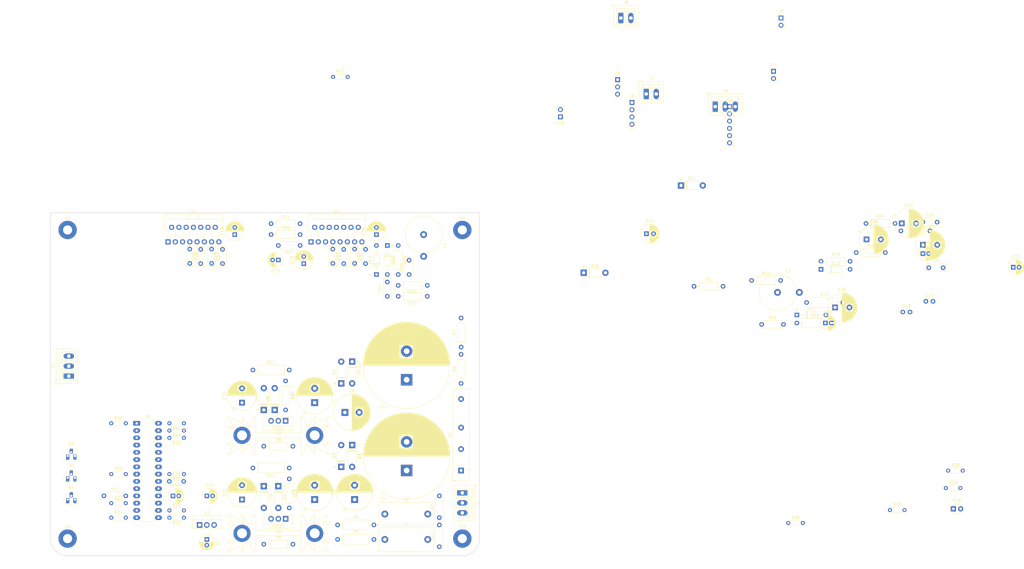
<source format=kicad_pcb>
(kicad_pcb (version 20171130) (host pcbnew 5.0.2-bee76a0~70~ubuntu18.04.1)
  (layers (0 F.Cu signal) (31 B.Cu signal) (34 B.Paste user) (35 F.Paste user) (36 B.SilkS user) (37 F.SilkS user) (38 B.Mask user) (39 F.Mask user) (44 Edge.Cuts user))
  (net 0 "")
  (net 1 +pwvs)
  (net 2 Earth_Protective)
  (net 3 -pwvs)
  (net 4 /psupply/pri_hi)
  (net 5 "/Control and Monitoring Unit/ac_in")
  (net 6 "Net-(C9-Pad2)")
  (net 7 +pdvs)
  (net 8 +vs)
  (net 9 -vs)
  (net 10 /pamp/in_l)
  (net 11 "Net-(C17-Pad1)")
  (net 12 GNDS)
  (net 13 "Net-(C18-Pad1)")
  (net 14 "Net-(C19-Pad1)")
  (net 15 /pamp/in_r)
  (net 16 "Net-(C20-Pad1)")
  (net 17 "Net-(C21-Pad1)")
  (net 18 "Net-(C22-Pad1)")
  (net 19 "Net-(C23-Pad1)")
  (net 20 "Net-(C24-Pad1)")
  (net 21 "Net-(C25-Pad1)")
  (net 22 "Net-(C26-Pad1)")
  (net 23 "/Control and Monitoring Unit/icsprst")
  (net 24 "/Control and Monitoring Unit/icspdat")
  (net 25 "/Control and Monitoring Unit/icspclk")
  (net 26 "/Control and Monitoring Unit/uart_rx")
  (net 27 "/Control and Monitoring Unit/uart_tx")
  (net 28 "/Control and Monitoring Unit/i2c_scl")
  (net 29 "/Control and Monitoring Unit/i2c_sda")
  (net 30 /pamp/out_l)
  (net 31 /pamp/out_r)
  (net 32 "/Control and Monitoring Unit/mute_key")
  (net 33 "/Control and Monitoring Unit/overload_led")
  (net 34 "/Control and Monitoring Unit/power_led")
  (net 35 "Net-(Q1-Pad2)")
  (net 36 "Net-(Q1-Pad1)")
  (net 37 "Net-(Q2-Pad1)")
  (net 38 "Net-(Q2-Pad2)")
  (net 39 "Net-(Q3-Pad2)")
  (net 40 "Net-(Q3-Pad1)")
  (net 41 "/Control and Monitoring Unit/mute")
  (net 42 "/Control and Monitoring Unit/stby")
  (net 43 "/Control and Monitoring Unit/overload")
  (net 44 "Net-(R10-Pad2)")
  (net 45 "Net-(R12-Pad2)")
  (net 46 "Net-(R41-Pad2)")
  (net 47 "Net-(C1-Pad2)")
  (net 48 "Net-(C2-Pad1)")
  (net 49 "Net-(C5-Pad1)")
  (net 50 "Net-(C5-Pad2)")
  (net 51 "Net-(C6-Pad1)")
  (net 52 "Net-(C6-Pad2)")
  (net 53 "Net-(C8-Pad1)")
  (net 54 "Net-(C13-Pad1)")
  (net 55 "Net-(C14-Pad1)")
  (net 56 "Net-(C15-Pad1)")
  (net 57 "Net-(C16-Pad1)")
  (net 58 "Net-(C17-Pad2)")
  (net 59 "Net-(C18-Pad2)")
  (net 60 "Net-(C19-Pad2)")
  (net 61 "Net-(C20-Pad2)")
  (net 62 "Net-(D16-Pad1)")
  (net 63 +prevs)
  (net 64 -prevs)
  (net 65 "Net-(R31-Pad2)")
  (net 66 "Net-(R35-Pad2)")
  (net 67 "Net-(R39-Pad1)")
  (module Capacitor_THT:CP_Radial_D12.5mm_P5.00mm (layer F.Cu) (at 142.38 130.33 90)
    (fp_text reference C9 (at 2.5 -7.5 90) (layer F.SilkS))
    (fp_text value 470u)
    (pad 2 thru_hole circle (at 5 0 90) (size 2.4 2.4) (drill 1.2) (layers *.Cu *.Mask) (net 6 "Net-(C9-Pad2)"))
    (pad 1 thru_hole rect (at 0 0 90) (size 2.4 2.4) (drill 1.2) (layers *.Cu *.Mask) (net 2 Earth_Protective))
  )
  (module Capacitor_THT:CP_Radial_D6.3mm_P2.50mm (layer F.Cu) (at 163.97 37.62 90)
    (fp_text reference C20 (at 1.25 -4.4 90) (layer F.SilkS))
    (fp_text value 47u)
    (pad 1 thru_hole rect (at 0 0 90) (size 1.6 1.6) (drill 0.8) (layers *.Cu *.Mask) (net 16 "Net-(C20-Pad1)"))
    (pad 2 thru_hole circle (at 2.5 0 90) (size 1.6 1.6) (drill 0.8) (layers *.Cu *.Mask) (net 61 "Net-(C20-Pad2)"))
  )
  (module Capacitor_THT:C_Rect_L7.0mm_W2.5mm_P5.00mm (layer F.Cu) (at 106.35 42.7 270)
    (fp_text reference C27 (at 2.5 -2.5 270) (layer F.SilkS))
    (fp_text value 100n)
    (pad 2 thru_hole circle (at 5 0 270) (size 1.6 1.6) (drill 0.8) (layers *.Cu *.Mask) (net 2 Earth_Protective))
    (pad 1 thru_hole circle (at 0 0 270) (size 1.6 1.6) (drill 0.8) (layers *.Cu *.Mask) (net 1 +pwvs))
  )
  (module Capacitor_THT:C_Rect_L7.0mm_W2.5mm_P5.00mm (layer F.Cu) (at 110.16 47.78 90)
    (fp_text reference C28 (at 2.5 -2.5 90) (layer F.SilkS))
    (fp_text value 100n)
    (pad 2 thru_hole circle (at 5 0 90) (size 1.6 1.6) (drill 0.8) (layers *.Cu *.Mask) (net 3 -pwvs))
    (pad 1 thru_hole circle (at 0 0 90) (size 1.6 1.6) (drill 0.8) (layers *.Cu *.Mask) (net 2 Earth_Protective))
  )
  (module Capacitor_THT:C_Rect_L7.0mm_W2.5mm_P5.00mm (layer F.Cu) (at 156.35 42.7 270)
    (fp_text reference C31 (at 2.5 -2.5 270) (layer F.SilkS))
    (fp_text value 100n)
    (pad 2 thru_hole circle (at 5 0 270) (size 1.6 1.6) (drill 0.8) (layers *.Cu *.Mask) (net 2 Earth_Protective))
    (pad 1 thru_hole circle (at 0 0 270) (size 1.6 1.6) (drill 0.8) (layers *.Cu *.Mask) (net 1 +pwvs))
  )
  (module Capacitor_THT:C_Rect_L7.0mm_W2.5mm_P5.00mm (layer F.Cu) (at 160.16 47.78 90)
    (fp_text reference C32 (at 2.5 -2.5 90) (layer F.SilkS))
    (fp_text value 100n)
    (pad 2 thru_hole circle (at 5 0 90) (size 1.6 1.6) (drill 0.8) (layers *.Cu *.Mask) (net 3 -pwvs))
    (pad 1 thru_hole circle (at 0 0 90) (size 1.6 1.6) (drill 0.8) (layers *.Cu *.Mask) (net 2 Earth_Protective))
  )
  (module Capacitor_THT:C_Rect_L7.0mm_W2.5mm_P5.00mm (layer F.Cu) (at 148.73 42.7 270)
    (fp_text reference C33 (at 2.5 -2.5 270) (layer F.SilkS))
    (fp_text value 100n)
    (pad 1 thru_hole circle (at 0 0 270) (size 1.6 1.6) (drill 0.8) (layers *.Cu *.Mask) (net 8 +vs))
    (pad 2 thru_hole circle (at 5 0 270) (size 1.6 1.6) (drill 0.8) (layers *.Cu *.Mask) (net 2 Earth_Protective))
  )
  (module Capacitor_THT:C_Rect_L7.0mm_W2.5mm_P5.00mm (layer F.Cu) (at 152.54 47.78 90)
    (fp_text reference C34 (at 2.5 -2.5 90) (layer F.SilkS))
    (fp_text value 100n)
    (pad 1 thru_hole circle (at 0 0 90) (size 1.6 1.6) (drill 0.8) (layers *.Cu *.Mask) (net 2 Earth_Protective))
    (pad 2 thru_hole circle (at 5 0 90) (size 1.6 1.6) (drill 0.8) (layers *.Cu *.Mask) (net 9 -vs))
  )
  (module Diode_THT:Diode_Bridge_32.0x5.6x17.0mm_P10.0mm_P7.5mm (layer F.Cu) (at 193.58 120.17 90)
    (fp_text reference D1 (at 12.6 -3.8 270) (layer F.SilkS))
    (fp_text value D_Bridge_+A-A)
    (pad 4 thru_hole circle (at 25 0 90) (size 2 2) (drill 1) (layers *.Cu *.Mask) (net 4 /psupply/pri_hi))
    (pad 3 thru_hole circle (at 15 0 90) (size 2 2) (drill 1) (layers *.Cu *.Mask) (net 3 -pwvs))
    (pad 2 thru_hole circle (at 7.5 0 90) (size 2 2) (drill 1) (layers *.Cu *.Mask) (net 5 "/Control and Monitoring Unit/ac_in"))
    (pad 1 thru_hole rect (at 0 0 90) (size 2 2) (drill 1) (layers *.Cu *.Mask) (net 1 +pwvs))
  )
  (module Diode_THT:D_DO-41_SOD81_P7.62mm_Horizontal (layer F.Cu) (at 151.67 89.69 90)
    (fp_text reference D2 (at 3.81 -2.47 90) (layer F.SilkS))
    (fp_text value 1N4007)
    (fp_text user K (at 0 -2.1 90) (layer F.SilkS))
    (pad 1 thru_hole rect (at 0 0 90) (size 2.2 2.2) (drill 1.1) (layers *.Cu *.Mask) (net 49 "Net-(C5-Pad1)"))
    (pad 2 thru_hole oval (at 7.62 0 90) (size 2.2 2.2) (drill 1.1) (layers *.Cu *.Mask) (net 2 Earth_Protective))
  )
  (module Diode_THT:D_DO-41_SOD81_P7.62mm_Horizontal (layer F.Cu) (at 151.67 118.9 90)
    (fp_text reference D3 (at 3.81 -2.47 90) (layer F.SilkS))
    (fp_text value 1N4007)
    (fp_text user K (at 0 -2.1 90) (layer F.SilkS))
    (pad 2 thru_hole oval (at 7.62 0 90) (size 2.2 2.2) (drill 1.1) (layers *.Cu *.Mask) (net 52 "Net-(C6-Pad2)"))
    (pad 1 thru_hole rect (at 0 0 90) (size 2.2 2.2) (drill 1.1) (layers *.Cu *.Mask) (net 2 Earth_Protective))
  )
  (module Diode_THT:D_DO-41_SOD81_P7.62mm_Horizontal (layer F.Cu) (at 155.48 82.07 270)
    (fp_text reference D4 (at 3.81 -2.47 270) (layer F.SilkS))
    (fp_text value 1N4007)
    (fp_text user K (at 0 -2.1 270) (layer F.SilkS))
    (pad 2 thru_hole oval (at 7.62 0 270) (size 2.2 2.2) (drill 1.1) (layers *.Cu *.Mask) (net 49 "Net-(C5-Pad1)"))
    (pad 1 thru_hole rect (at 0 0 270) (size 2.2 2.2) (drill 1.1) (layers *.Cu *.Mask) (net 53 "Net-(C8-Pad1)"))
  )
  (module Diode_THT:D_DO-41_SOD81_P7.62mm_Horizontal (layer F.Cu) (at 155.48 111.28 270)
    (fp_text reference D5 (at 3.81 -2.47 270) (layer F.SilkS))
    (fp_text value 1N4007)
    (fp_text user K (at 0 -2.1 270) (layer F.SilkS))
    (pad 1 thru_hole rect (at 0 0 270) (size 2.2 2.2) (drill 1.1) (layers *.Cu *.Mask) (net 52 "Net-(C6-Pad2)"))
    (pad 2 thru_hole oval (at 7.62 0 270) (size 2.2 2.2) (drill 1.1) (layers *.Cu *.Mask) (net 6 "Net-(C9-Pad2)"))
  )
  (module Diode_THT:D_DO-41_SOD81_P7.62mm_Horizontal (layer F.Cu) (at 236.425001 50.980001)
    (fp_text reference D10 (at 3.81 -2.47) (layer F.SilkS))
    (fp_text value MBR1100RLG)
    (fp_text user K (at 0 -2.1) (layer F.SilkS))
    (pad 2 thru_hole oval (at 7.62 0) (size 2.2 2.2) (drill 1.1) (layers *.Cu *.Mask) (net 1 +pwvs))
    (pad 1 thru_hole rect (at 0 0) (size 2.2 2.2) (drill 1.1) (layers *.Cu *.Mask) (net 8 +vs))
  )
  (module Diode_THT:D_DO-41_SOD81_P7.62mm_Horizontal (layer F.Cu) (at 270.465001 20.440001)
    (fp_text reference D11 (at 3.81 -2.47) (layer F.SilkS))
    (fp_text value MBR1100RLG)
    (fp_text user K (at 0 -2.1) (layer F.SilkS))
    (pad 1 thru_hole rect (at 0 0) (size 2.2 2.2) (drill 1.1) (layers *.Cu *.Mask) (net 3 -pwvs))
    (pad 2 thru_hole oval (at 7.62 0) (size 2.2 2.2) (drill 1.1) (layers *.Cu *.Mask) (net 9 -vs))
  )
  (module Diode_THT:D_DO-35_SOD27_P10.16mm_Horizontal (layer F.Cu) (at 310.965001 65.750001)
    (fp_text reference D12 (at 5.08 -2.12) (layer F.SilkS))
    (fp_text value 1N5404)
    (fp_text user K (at 0 -1.8) (layer F.SilkS))
    (pad 1 thru_hole rect (at 0 0) (size 1.6 1.6) (drill 0.8) (layers *.Cu *.Mask) (net 1 +pwvs))
    (pad 2 thru_hole oval (at 10.16 0) (size 1.6 1.6) (drill 0.8) (layers *.Cu *.Mask) (net 11 "Net-(C17-Pad1)"))
  )
  (module Diode_THT:D_DO-35_SOD27_P10.16mm_Horizontal (layer F.Cu) (at 319.415001 49.770001)
    (fp_text reference D13 (at 5.08 -2.12) (layer F.SilkS))
    (fp_text value 1N5404)
    (fp_text user K (at 0 -1.8) (layer F.SilkS))
    (pad 2 thru_hole oval (at 10.16 0) (size 1.6 1.6) (drill 0.8) (layers *.Cu *.Mask) (net 3 -pwvs))
    (pad 1 thru_hole rect (at 0 0) (size 1.6 1.6) (drill 0.8) (layers *.Cu *.Mask) (net 11 "Net-(C17-Pad1)"))
  )
  (module Diode_THT:D_DO-35_SOD27_P10.16mm_Horizontal (layer F.Cu) (at 163.97 51.59 90)
    (fp_text reference D14 (at 5.08 -2.12 90) (layer F.SilkS))
    (fp_text value 1N5404)
    (fp_text user K (at 0 -1.8 90) (layer F.SilkS))
    (pad 1 thru_hole rect (at 0 0 90) (size 1.6 1.6) (drill 0.8) (layers *.Cu *.Mask) (net 1 +pwvs))
    (pad 2 thru_hole oval (at 10.16 0 90) (size 1.6 1.6) (drill 0.8) (layers *.Cu *.Mask) (net 13 "Net-(C18-Pad1)"))
  )
  (module Diode_THT:D_DO-35_SOD27_P10.16mm_Horizontal (layer F.Cu) (at 167.78 41.43 270)
    (fp_text reference D15 (at 5.08 -2.12 270) (layer F.SilkS))
    (fp_text value 1N5404)
    (fp_text user K (at 0 -1.8 270) (layer F.SilkS))
    (pad 2 thru_hole oval (at 10.16 0 270) (size 1.6 1.6) (drill 0.8) (layers *.Cu *.Mask) (net 3 -pwvs))
    (pad 1 thru_hole rect (at 0 0 270) (size 1.6 1.6) (drill 0.8) (layers *.Cu *.Mask) (net 13 "Net-(C18-Pad1)"))
  )
  (module MountingHole:MountingHole_3.2mm_M3_Pad (layer F.Cu) (at 56 36)
    (fp_text reference H1 (at 0 -4.2) (layer F.SilkS))
    (fp_text value Mounting)
    (pad 1 thru_hole circle (at 0 0) (size 6.4 6.4) (drill 3.2) (layers *.Cu *.Mask))
  )
  (module MountingHole:MountingHole_3.2mm_M3_Pad (layer F.Cu) (at 56 144)
    (fp_text reference H2 (at 0 -4.2) (layer F.SilkS))
    (fp_text value Mounting)
    (pad 1 thru_hole circle (at 0 0) (size 6.4 6.4) (drill 3.2) (layers *.Cu *.Mask))
  )
  (module MountingHole:MountingHole_3.2mm_M3_Pad (layer F.Cu) (at 194 144)
    (fp_text reference H3 (at 0 -4.2) (layer F.SilkS))
    (fp_text value Mounting)
    (pad 1 thru_hole circle (at 0 0) (size 6.4 6.4) (drill 3.2) (layers *.Cu *.Mask))
  )
  (module MountingHole:MountingHole_3.2mm_M3_Pad (layer F.Cu) (at 194 36)
    (fp_text reference H4 (at 0 -4.2) (layer F.SilkS))
    (fp_text value Mounting)
    (pad 1 thru_hole circle (at 0 0) (size 6.4 6.4) (drill 3.2) (layers *.Cu *.Mask))
  )
  (module Heatsink:Heatsink_Fischer_SK104-STCB_35x13mm__2xDrill3.5mm_ScrewM3 (layer F.Cu) (at 129.68 107.87)
    (fp_text reference HS1 (at -0.025 -2.5) (layer F.SilkS))
    (fp_text value Heatsink)
    (pad 1 thru_hole circle (at -12.7 0 180) (size 6 6) (drill 3.5) (layers *.Cu *.Mask))
    (pad 1 thru_hole circle (at 12.7 0) (size 6 6) (drill 3.5) (layers *.Cu *.Mask))
  )
  (module Heatsink:Heatsink_Fischer_SK104-STCB_35x13mm__2xDrill3.5mm_ScrewM3 (layer F.Cu) (at 129.68 142.16)
    (fp_text reference HS2 (at -0.025 -2.5) (layer F.SilkS))
    (fp_text value Heatsink)
    (pad 1 thru_hole circle (at -12.7 0 180) (size 6 6) (drill 3.5) (layers *.Cu *.Mask))
    (pad 1 thru_hole circle (at 12.7 0) (size 6 6) (drill 3.5) (layers *.Cu *.Mask))
  )
  (module Connector_Phoenix_MC:PhoenixContact_MCV_1,5_3-G-3.5_1x03_P3.50mm_Vertical (layer F.Cu) (at 194 128 270)
    (fp_text reference J1 (at 3.5 -5.45 270) (layer F.SilkS))
    (fp_text value power)
    (pad 3 thru_hole oval (at 7 0 270) (size 1.8 3.6) (drill 1.2) (layers *.Cu *.Mask) (net 5 "/Control and Monitoring Unit/ac_in"))
    (pad 2 thru_hole oval (at 3.5 0 270) (size 1.8 3.6) (drill 1.2) (layers *.Cu *.Mask) (net 2 Earth_Protective))
    (pad 1 thru_hole roundrect (at 0 0 270) (size 1.8 3.6) (drill 1.2) (layers *.Cu *.Mask) (roundrect_rratio 0.138889) (net 4 /psupply/pri_hi))
  )
  (module Connector_PinHeader_2.54mm:PinHeader_1x02_P2.54mm_Vertical (layer F.Cu) (at 228.3 -3.59 180)
    (fp_text reference J10 (at 0 -2.33 180) (layer F.SilkS))
    (fp_text value led_overload)
    (pad 1 thru_hole rect (at 0 0 180) (size 1.7 1.7) (drill 1) (layers *.Cu *.Mask) (net 7 +pdvs))
    (pad 2 thru_hole oval (at 0 2.54 180) (size 1.7 1.7) (drill 1) (layers *.Cu *.Mask) (net 33 "/Control and Monitoring Unit/overload_led"))
  )
  (module Inductor_THT:L_Axial_L20.3mm_D12.7mm_P7.62mm_Vertical_Vishay_IHA-201 (layer F.Cu) (at 304.205001 57.850001)
    (fp_text reference L1 (at 3.81 -7.47) (layer F.SilkS))
    (fp_text value 4u)
    (pad 1 thru_hole circle (at 0 0) (size 2.4 2.4) (drill 1.2) (layers *.Cu *.Mask) (net 11 "Net-(C17-Pad1)"))
    (pad 2 thru_hole oval (at 7.62 0) (size 2.4 2.4) (drill 1.2) (layers *.Cu *.Mask) (net 30 /pamp/out_l))
  )
  (module Inductor_THT:L_Axial_L20.3mm_D12.7mm_P7.62mm_Vertical_Vishay_IHA-201 (layer F.Cu) (at 180.48 37.62 270)
    (fp_text reference L2 (at 3.81 -7.47 270) (layer F.SilkS))
    (fp_text value 4u)
    (pad 2 thru_hole oval (at 7.62 0 270) (size 2.4 2.4) (drill 1.2) (layers *.Cu *.Mask) (net 31 /pamp/out_r))
    (pad 1 thru_hole circle (at 0 0 270) (size 2.4 2.4) (drill 1.2) (layers *.Cu *.Mask) (net 13 "Net-(C18-Pad1)"))
  )
  (module Package_TO_SOT_THT:TO-92_HandSolder (layer F.Cu) (at 56.02 130.33)
    (fp_text reference Q1 (at 1.27 -4.4) (layer F.SilkS))
    (fp_text value Q_NPN_CBE)
    (pad 2 thru_hole roundrect (at 1.27 -1.27) (size 1.1 1.8) (drill 0.75 (offset 0 -0.4)) (layers *.Cu *.Mask) (net 35 "Net-(Q1-Pad2)"))
    (pad 3 thru_hole roundrect (at 2.54 0) (size 1.1 1.8) (drill 0.75 (offset 0 0.4)) (layers *.Cu *.Mask) (net 2 Earth_Protective))
    (pad 1 thru_hole rect (at 0 0) (size 1.1 1.8) (drill 0.75 (offset 0 0.4)) (layers *.Cu *.Mask) (net 36 "Net-(Q1-Pad1)"))
  )
  (module Package_TO_SOT_THT:TO-92_HandSolder (layer F.Cu) (at 56.02 122.71)
    (fp_text reference Q2 (at 1.27 -4.4) (layer F.SilkS))
    (fp_text value Q_NPN_CBE)
    (pad 1 thru_hole rect (at 0 0) (size 1.1 1.8) (drill 0.75 (offset 0 0.4)) (layers *.Cu *.Mask) (net 37 "Net-(Q2-Pad1)"))
    (pad 3 thru_hole roundrect (at 2.54 0) (size 1.1 1.8) (drill 0.75 (offset 0 0.4)) (layers *.Cu *.Mask) (net 2 Earth_Protective))
    (pad 2 thru_hole roundrect (at 1.27 -1.27) (size 1.1 1.8) (drill 0.75 (offset 0 -0.4)) (layers *.Cu *.Mask) (net 38 "Net-(Q2-Pad2)"))
  )
  (module Package_TO_SOT_THT:TO-92_HandSolder (layer F.Cu) (at 56.02 115.09)
    (fp_text reference Q3 (at 1.27 -4.4) (layer F.SilkS))
    (fp_text value Q_NPN_CBE)
    (pad 2 thru_hole roundrect (at 1.27 -1.27) (size 1.1 1.8) (drill 0.75 (offset 0 -0.4)) (layers *.Cu *.Mask) (net 39 "Net-(Q3-Pad2)"))
    (pad 3 thru_hole roundrect (at 2.54 0) (size 1.1 1.8) (drill 0.75 (offset 0 0.4)) (layers *.Cu *.Mask) (net 2 Earth_Protective))
    (pad 1 thru_hole rect (at 0 0) (size 1.1 1.8) (drill 0.75 (offset 0 0.4)) (layers *.Cu *.Mask) (net 40 "Net-(Q3-Pad1)"))
  )
  (module Resistor_THT:R_Axial_DIN0207_L6.3mm_D2.5mm_P7.62mm_Horizontal (layer F.Cu) (at 185.96 146.84 90)
    (fp_text reference R1 (at 3.81 -2.37 90) (layer F.SilkS))
    (fp_text value 1)
    (pad 1 thru_hole circle (at 0 0 90) (size 1.6 1.6) (drill 0.8) (layers *.Cu *.Mask) (net 47 "Net-(C1-Pad2)"))
    (pad 2 thru_hole oval (at 7.62 0 90) (size 1.6 1.6) (drill 0.8) (layers *.Cu *.Mask) (net 2 Earth_Protective))
  )
  (module Resistor_THT:R_Axial_DIN0207_L6.3mm_D2.5mm_P7.62mm_Horizontal (layer F.Cu) (at 185.96 136.68 90)
    (fp_text reference R2 (at 3.81 -2.37 90) (layer F.SilkS))
    (fp_text value 1)
    (pad 1 thru_hole circle (at 0 0 90) (size 1.6 1.6) (drill 0.8) (layers *.Cu *.Mask) (net 2 Earth_Protective))
    (pad 2 thru_hole oval (at 7.62 0 90) (size 1.6 1.6) (drill 0.8) (layers *.Cu *.Mask) (net 48 "Net-(C2-Pad1)"))
  )
  (module Resistor_THT:R_Axial_DIN0207_L6.3mm_D2.5mm_P10.16mm_Horizontal (layer F.Cu) (at 275.005001 55.720001)
    (fp_text reference R3 (at 5.08 -2.37) (layer F.SilkS))
    (fp_text value 10)
    (pad 2 thru_hole oval (at 10.16 0) (size 1.6 1.6) (drill 0.8) (layers *.Cu *.Mask) (net 2 Earth_Protective))
    (pad 1 thru_hole circle (at 0 0) (size 1.6 1.6) (drill 0.8) (layers *.Cu *.Mask) (net 12 GNDS))
  )
  (module Resistor_THT:R_Axial_DIN0309_L9.0mm_D3.2mm_P12.70mm_Horizontal (layer F.Cu) (at 150.4 144.3)
    (fp_text reference R4 (at 6.35 -2.72) (layer F.SilkS))
    (fp_text value 47)
    (pad 1 thru_hole circle (at 0 0) (size 1.6 1.6) (drill 0.8) (layers *.Cu *.Mask) (net 50 "Net-(C5-Pad2)"))
    (pad 2 thru_hole oval (at 12.7 0) (size 1.6 1.6) (drill 0.8) (layers *.Cu *.Mask) (net 4 /psupply/pri_hi))
  )
  (module Resistor_THT:R_Axial_DIN0309_L9.0mm_D3.2mm_P12.70mm_Horizontal (layer F.Cu) (at 150.4 139.22)
    (fp_text reference R5 (at 6.35 -2.72) (layer F.SilkS))
    (fp_text value 47)
    (pad 2 thru_hole oval (at 12.7 0) (size 1.6 1.6) (drill 0.8) (layers *.Cu *.Mask) (net 5 "/Control and Monitoring Unit/ac_in"))
    (pad 1 thru_hole circle (at 0 0) (size 1.6 1.6) (drill 0.8) (layers *.Cu *.Mask) (net 51 "Net-(C6-Pad1)"))
  )
  (module Resistor_THT:R_Axial_DIN0207_L6.3mm_D2.5mm_P10.16mm_Horizontal (layer F.Cu) (at 193.58 89.69 90)
    (fp_text reference R6 (at 5.08 -2.37 90) (layer F.SilkS))
    (fp_text value 10k)
    (pad 1 thru_hole circle (at 0 0 90) (size 1.6 1.6) (drill 0.8) (layers *.Cu *.Mask) (net 1 +pwvs))
    (pad 2 thru_hole oval (at 10.16 0 90) (size 1.6 1.6) (drill 0.8) (layers *.Cu *.Mask) (net 2 Earth_Protective))
  )
  (module Resistor_THT:R_Axial_DIN0207_L6.3mm_D2.5mm_P10.16mm_Horizontal (layer F.Cu) (at 193.58 76.99 90)
    (fp_text reference R7 (at 5.08 -2.37 90) (layer F.SilkS))
    (fp_text value 10k)
    (pad 2 thru_hole oval (at 10.16 0 90) (size 1.6 1.6) (drill 0.8) (layers *.Cu *.Mask) (net 3 -pwvs))
    (pad 1 thru_hole circle (at 0 0 90) (size 1.6 1.6) (drill 0.8) (layers *.Cu *.Mask) (net 2 Earth_Protective))
  )
  (module Resistor_THT:R_Axial_DIN0207_L6.3mm_D2.5mm_P10.16mm_Horizontal (layer F.Cu) (at 124.6 111.68)
    (fp_text reference R8 (at 5.08 -2.37) (layer F.SilkS))
    (fp_text value 30k)
    (pad 1 thru_hole circle (at 0 0) (size 1.6 1.6) (drill 0.8) (layers *.Cu *.Mask) (net 53 "Net-(C8-Pad1)"))
    (pad 2 thru_hole oval (at 10.16 0) (size 1.6 1.6) (drill 0.8) (layers *.Cu *.Mask) (net 2 Earth_Protective))
  )
  (module Resistor_THT:R_Axial_DIN0207_L6.3mm_D2.5mm_P10.16mm_Horizontal (layer F.Cu) (at 124.6 145.97)
    (fp_text reference R9 (at 5.08 -2.37) (layer F.SilkS))
    (fp_text value 30k)
    (pad 1 thru_hole circle (at 0 0) (size 1.6 1.6) (drill 0.8) (layers *.Cu *.Mask) (net 2 Earth_Protective))
    (pad 2 thru_hole oval (at 10.16 0) (size 1.6 1.6) (drill 0.8) (layers *.Cu *.Mask) (net 6 "Net-(C9-Pad2)"))
  )
  (module Resistor_THT:R_Axial_DIN0309_L9.0mm_D3.2mm_P12.70mm_Horizontal (layer F.Cu) (at 120.79 85.01)
    (fp_text reference R11 (at 6.35 -2.72) (layer F.SilkS))
    (fp_text value 3k3)
    (pad 2 thru_hole oval (at 12.7 0) (size 1.6 1.6) (drill 0.8) (layers *.Cu *.Mask) (net 2 Earth_Protective))
    (pad 1 thru_hole circle (at 0 0) (size 1.6 1.6) (drill 0.8) (layers *.Cu *.Mask) (net 44 "Net-(R10-Pad2)"))
  )
  (module Resistor_THT:R_Axial_DIN0309_L9.0mm_D3.2mm_P12.70mm_Horizontal (layer F.Cu) (at 133.49 119.3 180)
    (fp_text reference R12 (at 6.35 -2.72 180) (layer F.SilkS))
    (fp_text value 3k3)
    (pad 1 thru_hole circle (at 0 0 180) (size 1.6 1.6) (drill 0.8) (layers *.Cu *.Mask) (net 2 Earth_Protective))
    (pad 2 thru_hole oval (at 12.7 0 180) (size 1.6 1.6) (drill 0.8) (layers *.Cu *.Mask) (net 45 "Net-(R12-Pad2)"))
  )
  (module Resistor_THT:R_Axial_DIN0207_L6.3mm_D2.5mm_P10.16mm_Horizontal (layer F.Cu) (at 331.725001 43.920001)
    (fp_text reference R18 (at 5.08 -2.37) (layer F.SilkS))
    (fp_text value 12k)
    (pad 2 thru_hole oval (at 10.16 0) (size 1.6 1.6) (drill 0.8) (layers *.Cu *.Mask) (net 54 "Net-(C13-Pad1)"))
    (pad 1 thru_hole circle (at 0 0) (size 1.6 1.6) (drill 0.8) (layers *.Cu *.Mask) (net 12 GNDS))
  )
  (module Resistor_THT:R_Axial_DIN0207_L6.3mm_D2.5mm_P10.16mm_Horizontal (layer F.Cu) (at 319.415001 46.970001)
    (fp_text reference R19 (at 5.08 -2.37) (layer F.SilkS))
    (fp_text value 12k)
    (pad 2 thru_hole oval (at 10.16 0) (size 1.6 1.6) (drill 0.8) (layers *.Cu *.Mask) (net 58 "Net-(C17-Pad2)"))
    (pad 1 thru_hole circle (at 0 0) (size 1.6 1.6) (drill 0.8) (layers *.Cu *.Mask) (net 11 "Net-(C17-Pad1)"))
  )
  (module Resistor_THT:R_Axial_DIN0207_L6.3mm_D2.5mm_P10.16mm_Horizontal (layer F.Cu) (at 127.14 37.62)
    (fp_text reference R20 (at 5.08 -2.37) (layer F.SilkS))
    (fp_text value 12k)
    (pad 1 thru_hole circle (at 0 0) (size 1.6 1.6) (drill 0.8) (layers *.Cu *.Mask) (net 12 GNDS))
    (pad 2 thru_hole oval (at 10.16 0) (size 1.6 1.6) (drill 0.8) (layers *.Cu *.Mask) (net 56 "Net-(C15-Pad1)"))
  )
  (module Resistor_THT:R_Axial_DIN0207_L6.3mm_D2.5mm_P10.16mm_Horizontal (layer F.Cu) (at 127.14 33.81)
    (fp_text reference R21 (at 5.08 -2.37) (layer F.SilkS))
    (fp_text value 12k)
    (pad 2 thru_hole oval (at 10.16 0) (size 1.6 1.6) (drill 0.8) (layers *.Cu *.Mask) (net 59 "Net-(C18-Pad2)"))
    (pad 1 thru_hole circle (at 0 0) (size 1.6 1.6) (drill 0.8) (layers *.Cu *.Mask) (net 13 "Net-(C18-Pad1)"))
  )
  (module Resistor_THT:R_Axial_DIN0207_L6.3mm_D2.5mm_P10.16mm_Horizontal (layer F.Cu) (at 295.135001 53.670001)
    (fp_text reference R22 (at 5.08 -2.37) (layer F.SilkS))
    (fp_text value 3.9)
    (pad 2 thru_hole oval (at 10.16 0) (size 1.6 1.6) (drill 0.8) (layers *.Cu *.Mask) (net 17 "Net-(C21-Pad1)"))
    (pad 1 thru_hole circle (at 0 0) (size 1.6 1.6) (drill 0.8) (layers *.Cu *.Mask) (net 11 "Net-(C17-Pad1)"))
  )
  (module Resistor_THT:R_Axial_DIN0207_L6.3mm_D2.5mm_P10.16mm_Horizontal (layer F.Cu) (at 171.59 41.43 270)
    (fp_text reference R23 (at 5.08 -2.37 270) (layer F.SilkS))
    (fp_text value 3.9)
    (pad 1 thru_hole circle (at 0 0 270) (size 1.6 1.6) (drill 0.8) (layers *.Cu *.Mask) (net 13 "Net-(C18-Pad1)"))
    (pad 2 thru_hole oval (at 10.16 0 270) (size 1.6 1.6) (drill 0.8) (layers *.Cu *.Mask) (net 18 "Net-(C22-Pad1)"))
  )
  (module Resistor_THT:R_Axial_DIN0207_L6.3mm_D2.5mm_P10.16mm_Horizontal (layer F.Cu) (at 335.135001 33.720001)
    (fp_text reference R24 (at 5.08 -2.37) (layer F.SilkS))
    (fp_text value 3.9)
    (pad 2 thru_hole oval (at 10.16 0) (size 1.6 1.6) (drill 0.8) (layers *.Cu *.Mask) (net 11 "Net-(C17-Pad1)"))
    (pad 1 thru_hole circle (at 0 0) (size 1.6 1.6) (drill 0.8) (layers *.Cu *.Mask) (net 30 /pamp/out_l))
  )
  (module Resistor_THT:R_Axial_DIN0207_L6.3mm_D2.5mm_P10.16mm_Horizontal (layer F.Cu) (at 181.75 55.4 180)
    (fp_text reference R25 (at 5.08 -2.37 180) (layer F.SilkS))
    (fp_text value 3.9)
    (pad 2 thru_hole oval (at 10.16 0 180) (size 1.6 1.6) (drill 0.8) (layers *.Cu *.Mask) (net 13 "Net-(C18-Pad1)"))
    (pad 1 thru_hole circle (at 0 0 180) (size 1.6 1.6) (drill 0.8) (layers *.Cu *.Mask) (net 31 /pamp/out_r))
  )
  (module Package_TO_SOT_THT:TO-220-3_Vertical (layer F.Cu) (at 102.14 139.22)
    (fp_text reference U1 (at 2.54 -4.27) (layer F.SilkS))
    (fp_text value L7805)
    (pad 3 thru_hole oval (at 5.08 0) (size 1.905 2) (drill 1.1) (layers *.Cu *.Mask) (net 7 +pdvs))
    (pad 2 thru_hole oval (at 2.54 0) (size 1.905 2) (drill 1.1) (layers *.Cu *.Mask) (net 2 Earth_Protective))
    (pad 1 thru_hole rect (at 0 0) (size 1.905 2) (drill 1.1) (layers *.Cu *.Mask) (net 1 +pwvs))
  )
  (module Package_TO_SOT_THT:TO-220-3_Vertical (layer F.Cu) (at 132.22 102.79 180)
    (fp_text reference U2 (at 2.54 -4.27 180) (layer F.SilkS))
    (fp_text value LM317_3PinPackage)
    (pad 1 thru_hole rect (at 0 0 180) (size 1.905 2) (drill 1.1) (layers *.Cu *.Mask) (net 44 "Net-(R10-Pad2)"))
    (pad 2 thru_hole oval (at 2.54 0 180) (size 1.905 2) (drill 1.1) (layers *.Cu *.Mask) (net 8 +vs))
    (pad 3 thru_hole oval (at 5.08 0 180) (size 1.905 2) (drill 1.1) (layers *.Cu *.Mask) (net 53 "Net-(C8-Pad1)"))
  )
  (module Package_TO_SOT_THT:TO-220-3_Vertical (layer F.Cu) (at 132.22 137.08 180)
    (fp_text reference U3 (at 2.54 -4.27 180) (layer F.SilkS))
    (fp_text value LM337_TO220)
    (pad 1 thru_hole rect (at 0 0 180) (size 1.905 2) (drill 1.1) (layers *.Cu *.Mask) (net 45 "Net-(R12-Pad2)"))
    (pad 2 thru_hole oval (at 2.54 0 180) (size 1.905 2) (drill 1.1) (layers *.Cu *.Mask) (net 6 "Net-(C9-Pad2)"))
    (pad 3 thru_hole oval (at 5.08 0 180) (size 1.905 2) (drill 1.1) (layers *.Cu *.Mask) (net 9 -vs))
  )
  (module Diode_THT:D_DO-41_SOD81_P7.62mm_Horizontal (layer F.Cu) (at 124.6 98.98 90)
    (fp_text reference D6 (at 3.81 -2.47 90) (layer F.SilkS))
    (fp_text value 1N4007)
    (fp_text user K (at 0 -2.1 90) (layer F.SilkS))
    (pad 2 thru_hole oval (at 7.62 0 90) (size 2.2 2.2) (drill 1.1) (layers *.Cu *.Mask) (net 8 +vs))
    (pad 1 thru_hole rect (at 0 0 90) (size 2.2 2.2) (drill 1.1) (layers *.Cu *.Mask) (net 53 "Net-(C8-Pad1)"))
  )
  (module Diode_THT:D_DO-41_SOD81_P7.62mm_Horizontal (layer F.Cu) (at 129.68 125.65 270)
    (fp_text reference D7 (at 3.81 -2.47 270) (layer F.SilkS))
    (fp_text value 1N4007)
    (fp_text user K (at 0 -2.1 270) (layer F.SilkS))
    (pad 2 thru_hole oval (at 7.62 0 270) (size 2.2 2.2) (drill 1.1) (layers *.Cu *.Mask) (net 6 "Net-(C9-Pad2)"))
    (pad 1 thru_hole rect (at 0 0 270) (size 2.2 2.2) (drill 1.1) (layers *.Cu *.Mask) (net 9 -vs))
  )
  (module Diode_THT:D_DO-41_SOD81_P7.62mm_Horizontal (layer F.Cu) (at 128.41 98.98 90)
    (fp_text reference D8 (at 3.81 -2.47 90) (layer F.SilkS))
    (fp_text value BZX85C20)
    (fp_text user K (at 0 -2.1 90) (layer F.SilkS))
    (pad 1 thru_hole rect (at 0 0 90) (size 2.2 2.2) (drill 1.1) (layers *.Cu *.Mask) (net 53 "Net-(C8-Pad1)"))
    (pad 2 thru_hole oval (at 7.62 0 90) (size 2.2 2.2) (drill 1.1) (layers *.Cu *.Mask) (net 8 +vs))
  )
  (module Diode_THT:D_DO-41_SOD81_P7.62mm_Horizontal (layer F.Cu) (at 124.6 125.65 270)
    (fp_text reference D9 (at 3.81 -2.47 270) (layer F.SilkS))
    (fp_text value BZX85C20)
    (fp_text user K (at 0 -2.1 270) (layer F.SilkS))
    (pad 1 thru_hole rect (at 0 0 270) (size 2.2 2.2) (drill 1.1) (layers *.Cu *.Mask) (net 9 -vs))
    (pad 2 thru_hole oval (at 7.62 0 270) (size 2.2 2.2) (drill 1.1) (layers *.Cu *.Mask) (net 6 "Net-(C9-Pad2)"))
  )
  (module Resistor_THT:R_Axial_DIN0207_L6.3mm_D2.5mm_P10.16mm_Horizontal (layer F.Cu) (at 132.22 88.82 270)
    (fp_text reference R10 (at 5.08 -2.37 270) (layer F.SilkS))
    (fp_text value 120)
    (pad 2 thru_hole oval (at 10.16 0 270) (size 1.6 1.6) (drill 0.8) (layers *.Cu *.Mask) (net 44 "Net-(R10-Pad2)"))
    (pad 1 thru_hole circle (at 0 0 270) (size 1.6 1.6) (drill 0.8) (layers *.Cu *.Mask) (net 8 +vs))
  )
  (module Resistor_THT:R_Axial_DIN0207_L6.3mm_D2.5mm_P10.16mm_Horizontal (layer F.Cu) (at 133.49 123.11 270)
    (fp_text reference R13 (at 5.08 -2.37 270) (layer F.SilkS))
    (fp_text value 120)
    (pad 1 thru_hole circle (at 0 0 270) (size 1.6 1.6) (drill 0.8) (layers *.Cu *.Mask) (net 45 "Net-(R12-Pad2)"))
    (pad 2 thru_hole oval (at 10.16 0 270) (size 1.6 1.6) (drill 0.8) (layers *.Cu *.Mask) (net 9 -vs))
  )
  (module Resistor_THT:R_Axial_DIN0204_L3.6mm_D1.6mm_P5.08mm_Horizontal (layer F.Cu) (at 91.58 134.14)
    (fp_text reference R40 (at 2.54 -1.92) (layer F.SilkS))
    (fp_text value 10k)
    (pad 1 thru_hole circle (at 0 0) (size 1.4 1.4) (drill 0.7) (layers *.Cu *.Mask) (net 32 "/Control and Monitoring Unit/mute_key"))
    (pad 2 thru_hole oval (at 5.08 0) (size 1.4 1.4) (drill 0.7) (layers *.Cu *.Mask) (net 2 Earth_Protective))
  )
  (module Capacitor_THT:C_Rect_L19.0mm_W8.0mm_P15.00mm_MKS4 (layer F.Cu) (at 166.91 144.3)
    (fp_text reference C1 (at 7.5 -5.25) (layer F.SilkS))
    (fp_text value 220n)
    (pad 2 thru_hole circle (at 15 0) (size 2.4 2.4) (drill 1.2) (layers *.Cu *.Mask) (net 47 "Net-(C1-Pad2)"))
    (pad 1 thru_hole circle (at 0 0) (size 2.4 2.4) (drill 1.2) (layers *.Cu *.Mask) (net 4 /psupply/pri_hi))
  )
  (module Capacitor_THT:C_Rect_L19.0mm_W8.0mm_P15.00mm_MKS4 (layer F.Cu) (at 166.91 135.41)
    (fp_text reference C2 (at 7.5 -5.25) (layer F.SilkS))
    (fp_text value 220n)
    (pad 1 thru_hole circle (at 0 0) (size 2.4 2.4) (drill 1.2) (layers *.Cu *.Mask) (net 48 "Net-(C2-Pad1)"))
    (pad 2 thru_hole circle (at 15 0) (size 2.4 2.4) (drill 1.2) (layers *.Cu *.Mask) (net 5 "/Control and Monitoring Unit/ac_in"))
  )
  (module Capacitor_THT:CP_Radial_D30.0mm_P10.00mm_SnapIn (layer F.Cu) (at 174.53 120.17 90)
    (fp_text reference C3 (at 5 -16.25 90) (layer F.SilkS))
    (fp_text value 10m)
    (pad 2 thru_hole circle (at 10 0 90) (size 4 4) (drill 2) (layers *.Cu *.Mask) (net 2 Earth_Protective))
    (pad 1 thru_hole rect (at 0 0 90) (size 4 4) (drill 2) (layers *.Cu *.Mask) (net 1 +pwvs))
  )
  (module Capacitor_THT:CP_Radial_D30.0mm_P10.00mm_SnapIn (layer F.Cu) (at 174.53 88.42 90)
    (fp_text reference C4 (at 5 -16.25 90) (layer F.SilkS))
    (fp_text value 10m)
    (pad 1 thru_hole rect (at 0 0 90) (size 4 4) (drill 2) (layers *.Cu *.Mask) (net 2 Earth_Protective))
    (pad 2 thru_hole circle (at 10 0 90) (size 4 4) (drill 2) (layers *.Cu *.Mask) (net 3 -pwvs))
  )
  (module Capacitor_THT:CP_Radial_D12.5mm_P5.00mm (layer F.Cu) (at 156.35 130.33 90)
    (fp_text reference C5 (at 2.5 -7.5 90) (layer F.SilkS))
    (fp_text value 470u)
    (pad 1 thru_hole rect (at 0 0 90) (size 2.4 2.4) (drill 1.2) (layers *.Cu *.Mask) (net 49 "Net-(C5-Pad1)"))
    (pad 2 thru_hole circle (at 5 0 90) (size 2.4 2.4) (drill 1.2) (layers *.Cu *.Mask) (net 50 "Net-(C5-Pad2)"))
  )
  (module Capacitor_THT:CP_Radial_D12.5mm_P5.00mm (layer F.Cu) (at 152.94 99.85)
    (fp_text reference C6 (at 2.5 -7.5) (layer F.SilkS))
    (fp_text value 470u)
    (pad 1 thru_hole rect (at 0 0) (size 2.4 2.4) (drill 1.2) (layers *.Cu *.Mask) (net 51 "Net-(C6-Pad1)"))
    (pad 2 thru_hole circle (at 5 0) (size 2.4 2.4) (drill 1.2) (layers *.Cu *.Mask) (net 52 "Net-(C6-Pad2)"))
  )
  (module Capacitor_THT:CP_Radial_D5.0mm_P2.00mm (layer F.Cu) (at 104.68 144.3 270)
    (fp_text reference C7 (at 1 -3.75 270) (layer F.SilkS))
    (fp_text value 10u)
    (pad 1 thru_hole rect (at 0 0 270) (size 1.6 1.6) (drill 0.8) (layers *.Cu *.Mask) (net 1 +pwvs))
    (pad 2 thru_hole circle (at 2 0 270) (size 1.6 1.6) (drill 0.8) (layers *.Cu *.Mask) (net 2 Earth_Protective))
  )
  (module Capacitor_THT:CP_Radial_D12.5mm_P5.00mm (layer F.Cu) (at 142.38 96.44 90)
    (fp_text reference C8 (at 2.5 -7.5 90) (layer F.SilkS))
    (fp_text value 470u)
    (pad 2 thru_hole circle (at 5 0 90) (size 2.4 2.4) (drill 1.2) (layers *.Cu *.Mask) (net 2 Earth_Protective))
    (pad 1 thru_hole rect (at 0 0 90) (size 2.4 2.4) (drill 1.2) (layers *.Cu *.Mask) (net 53 "Net-(C8-Pad1)"))
  )
  (module Capacitor_THT:CP_Radial_D5.0mm_P2.00mm (layer F.Cu) (at 104.68 129.06)
    (fp_text reference C10 (at 1 -3.75) (layer F.SilkS))
    (fp_text value 10u)
    (pad 2 thru_hole circle (at 2 0) (size 1.6 1.6) (drill 0.8) (layers *.Cu *.Mask) (net 2 Earth_Protective))
    (pad 1 thru_hole rect (at 0 0) (size 1.6 1.6) (drill 0.8) (layers *.Cu *.Mask) (net 7 +pdvs))
  )
  (module Capacitor_THT:CP_Radial_D10.0mm_P5.00mm (layer F.Cu) (at 116.98 96.44 90)
    (fp_text reference C11 (at 2.5 -6.25 90) (layer F.SilkS))
    (fp_text value 47u)
    (pad 1 thru_hole rect (at 0 0 90) (size 2 2) (drill 1) (layers *.Cu *.Mask) (net 8 +vs))
    (pad 2 thru_hole circle (at 5 0 90) (size 2 2) (drill 1) (layers *.Cu *.Mask) (net 2 Earth_Protective))
  )
  (module Capacitor_THT:CP_Radial_D10.0mm_P5.00mm (layer F.Cu) (at 116.98 130.33 90)
    (fp_text reference C12 (at 2.5 -6.25 90) (layer F.SilkS))
    (fp_text value 47u)
    (pad 2 thru_hole circle (at 5 0 90) (size 2 2) (drill 1) (layers *.Cu *.Mask) (net 9 -vs))
    (pad 1 thru_hole rect (at 0 0 90) (size 2 2) (drill 1) (layers *.Cu *.Mask) (net 2 Earth_Protective))
  )
  (module Capacitor_THT:CP_Radial_D5.0mm_P2.00mm (layer F.Cu) (at 386.62 49.05)
    (fp_text reference C13 (at 1 -3.75) (layer F.SilkS))
    (fp_text value 10u)
    (pad 2 thru_hole circle (at 2 0) (size 1.6 1.6) (drill 0.8) (layers *.Cu *.Mask) (net 10 /pamp/in_l))
    (pad 1 thru_hole rect (at 0 0) (size 1.6 1.6) (drill 0.8) (layers *.Cu *.Mask) (net 54 "Net-(C13-Pad1)"))
  )
  (module Capacitor_THT:CP_Radial_D6.3mm_P2.50mm (layer F.Cu) (at 258.364776 37.310001)
    (fp_text reference C14 (at 1.25 -4.4) (layer F.SilkS))
    (fp_text value 220u)
    (pad 1 thru_hole rect (at 0 0) (size 1.6 1.6) (drill 0.8) (layers *.Cu *.Mask) (net 55 "Net-(C14-Pad1)"))
    (pad 2 thru_hole circle (at 2.5 0) (size 1.6 1.6) (drill 0.8) (layers *.Cu *.Mask) (net 12 GNDS))
  )
  (module Capacitor_THT:CP_Radial_D5.0mm_P2.00mm (layer F.Cu) (at 129.68 46.51 180)
    (fp_text reference C15 (at 1 -3.75 180) (layer F.SilkS))
    (fp_text value 10u)
    (pad 1 thru_hole rect (at 0 0 180) (size 1.6 1.6) (drill 0.8) (layers *.Cu *.Mask) (net 56 "Net-(C15-Pad1)"))
    (pad 2 thru_hole circle (at 2 0 180) (size 1.6 1.6) (drill 0.8) (layers *.Cu *.Mask) (net 15 /pamp/in_r))
  )
  (module Capacitor_THT:CP_Radial_D6.3mm_P2.50mm (layer F.Cu) (at 138.57 47.78 90)
    (fp_text reference C16 (at 1.25 -4.4 90) (layer F.SilkS))
    (fp_text value 220u)
    (pad 1 thru_hole rect (at 0 0 90) (size 1.6 1.6) (drill 0.8) (layers *.Cu *.Mask) (net 57 "Net-(C16-Pad1)"))
    (pad 2 thru_hole circle (at 2.5 0 90) (size 1.6 1.6) (drill 0.8) (layers *.Cu *.Mask) (net 12 GNDS))
  )
  (module Capacitor_THT:C_Disc_D3.0mm_W1.6mm_P2.50mm (layer F.Cu) (at 356.074776 60.970001)
    (fp_text reference C17 (at 1.25 -2.05) (layer F.SilkS))
    (fp_text value 3p3)
    (pad 2 thru_hole circle (at 2.5 0) (size 1.6 1.6) (drill 0.8) (layers *.Cu *.Mask) (net 58 "Net-(C17-Pad2)"))
    (pad 1 thru_hole circle (at 0 0) (size 1.6 1.6) (drill 0.8) (layers *.Cu *.Mask) (net 11 "Net-(C17-Pad1)"))
  )
  (module Capacitor_THT:C_Disc_D3.0mm_W1.6mm_P2.50mm (layer F.Cu) (at 348.030242 64.720001)
    (fp_text reference C18 (at 1.25 -2.05) (layer F.SilkS))
    (fp_text value 3p3)
    (pad 1 thru_hole circle (at 0 0) (size 1.6 1.6) (drill 0.8) (layers *.Cu *.Mask) (net 13 "Net-(C18-Pad1)"))
    (pad 2 thru_hole circle (at 2.5 0) (size 1.6 1.6) (drill 0.8) (layers *.Cu *.Mask) (net 59 "Net-(C18-Pad2)"))
  )
  (module Capacitor_THT:CP_Radial_D6.3mm_P2.50mm (layer F.Cu) (at 114.44 37.62 90)
    (fp_text reference C19 (at 1.25 -4.4 90) (layer F.SilkS))
    (fp_text value 47u)
    (pad 2 thru_hole circle (at 2.5 0 90) (size 1.6 1.6) (drill 0.8) (layers *.Cu *.Mask) (net 60 "Net-(C19-Pad2)"))
    (pad 1 thru_hole rect (at 0 0 90) (size 1.6 1.6) (drill 0.8) (layers *.Cu *.Mask) (net 14 "Net-(C19-Pad1)"))
  )
  (module Capacitor_THT:C_Rect_L7.0mm_W2.5mm_P5.00mm (layer F.Cu) (at 354.995001 33.270001)
    (fp_text reference C21 (at 2.5 -2.5) (layer F.SilkS))
    (fp_text value 100n)
    (pad 2 thru_hole circle (at 5 0) (size 1.6 1.6) (drill 0.8) (layers *.Cu *.Mask) (net 2 Earth_Protective))
    (pad 1 thru_hole circle (at 0 0) (size 1.6 1.6) (drill 0.8) (layers *.Cu *.Mask) (net 17 "Net-(C21-Pad1)"))
  )
  (module Capacitor_THT:C_Rect_L7.0mm_W2.5mm_P5.00mm (layer F.Cu) (at 175.4 51.59 90)
    (fp_text reference C22 (at 2.5 -2.5 90) (layer F.SilkS))
    (fp_text value 100n)
    (pad 2 thru_hole circle (at 5 0 90) (size 1.6 1.6) (drill 0.8) (layers *.Cu *.Mask) (net 2 Earth_Protective))
    (pad 1 thru_hole circle (at 0 0 90) (size 1.6 1.6) (drill 0.8) (layers *.Cu *.Mask) (net 18 "Net-(C22-Pad1)"))
  )
  (module Capacitor_THT:C_Rect_L7.0mm_W2.5mm_P5.00mm (layer F.Cu) (at 357.090242 49.220001)
    (fp_text reference C23 (at 2.5 -2.5) (layer F.SilkS))
    (fp_text value 100n)
    (pad 1 thru_hole circle (at 0 0) (size 1.6 1.6) (drill 0.8) (layers *.Cu *.Mask) (net 19 "Net-(C23-Pad1)"))
    (pad 2 thru_hole circle (at 5 0) (size 1.6 1.6) (drill 0.8) (layers *.Cu *.Mask) (net 2 Earth_Protective))
  )
  (module Capacitor_THT:C_Rect_L7.0mm_W2.5mm_P5.00mm (layer F.Cu) (at 167.78 59.21 90)
    (fp_text reference C24 (at 2.5 -2.5 90) (layer F.SilkS))
    (fp_text value 100n)
    (pad 1 thru_hole circle (at 0 0 90) (size 1.6 1.6) (drill 0.8) (layers *.Cu *.Mask) (net 20 "Net-(C24-Pad1)"))
    (pad 2 thru_hole circle (at 5 0 90) (size 1.6 1.6) (drill 0.8) (layers *.Cu *.Mask) (net 2 Earth_Protective))
  )
  (module Capacitor_THT:CP_Radial_D5.0mm_P2.00mm (layer F.Cu) (at 355.045001 44.270001)
    (fp_text reference C25 (at 1 -3.75) (layer F.SilkS))
    (fp_text value 10u)
    (pad 2 thru_hole circle (at 2 0) (size 1.6 1.6) (drill 0.8) (layers *.Cu *.Mask) (net 2 Earth_Protective))
    (pad 1 thru_hole rect (at 0 0) (size 1.6 1.6) (drill 0.8) (layers *.Cu *.Mask) (net 21 "Net-(C25-Pad1)"))
  )
  (module Capacitor_THT:CP_Radial_D5.0mm_P2.00mm (layer F.Cu) (at 320.935001 68.550001)
    (fp_text reference C26 (at 1 -3.75) (layer F.SilkS))
    (fp_text value 10u)
    (pad 1 thru_hole rect (at 0 0) (size 1.6 1.6) (drill 0.8) (layers *.Cu *.Mask) (net 22 "Net-(C26-Pad1)"))
    (pad 2 thru_hole circle (at 2 0) (size 1.6 1.6) (drill 0.8) (layers *.Cu *.Mask) (net 2 Earth_Protective))
  )
  (module Capacitor_THT:C_Rect_L7.0mm_W2.5mm_P5.00mm (layer F.Cu) (at 98.73 42.7 270)
    (fp_text reference C29 (at 2.5 -2.5 270) (layer F.SilkS))
    (fp_text value 100n)
    (pad 2 thru_hole circle (at 5 0 270) (size 1.6 1.6) (drill 0.8) (layers *.Cu *.Mask) (net 2 Earth_Protective))
    (pad 1 thru_hole circle (at 0 0 270) (size 1.6 1.6) (drill 0.8) (layers *.Cu *.Mask) (net 8 +vs))
  )
  (module Capacitor_THT:C_Rect_L7.0mm_W2.5mm_P5.00mm (layer F.Cu) (at 102.54 47.78 90)
    (fp_text reference C30 (at 2.5 -2.5 90) (layer F.SilkS))
    (fp_text value 100n)
    (pad 1 thru_hole circle (at 0 0 90) (size 1.6 1.6) (drill 0.8) (layers *.Cu *.Mask) (net 2 Earth_Protective))
    (pad 2 thru_hole circle (at 5 0 90) (size 1.6 1.6) (drill 0.8) (layers *.Cu *.Mask) (net 9 -vs))
  )
  (module Capacitor_THT:CP_Radial_D10.0mm_P5.00mm (layer F.Cu) (at 355.045001 41.220001)
    (fp_text reference C35 (at 2.5 -6.25) (layer F.SilkS))
    (fp_text value 220u)
    (pad 1 thru_hole rect (at 0 0) (size 2 2) (drill 1) (layers *.Cu *.Mask) (net 1 +pwvs))
    (pad 2 thru_hole circle (at 5 0) (size 2 2) (drill 1) (layers *.Cu *.Mask) (net 2 Earth_Protective))
  )
  (module Capacitor_THT:CP_Radial_D10.0mm_P5.00mm (layer F.Cu) (at 324.345001 63.120001)
    (fp_text reference C36 (at 2.5 -6.25) (layer F.SilkS))
    (fp_text value 220u)
    (pad 2 thru_hole circle (at 5 0) (size 2 2) (drill 1) (layers *.Cu *.Mask) (net 3 -pwvs))
    (pad 1 thru_hole rect (at 0 0) (size 2 2) (drill 1) (layers *.Cu *.Mask) (net 2 Earth_Protective))
  )
  (module Capacitor_THT:CP_Radial_D10.0mm_P5.00mm (layer F.Cu) (at 347.645001 33.720001)
    (fp_text reference C37 (at 2.5 -6.25) (layer F.SilkS))
    (fp_text value 47u)
    (pad 1 thru_hole rect (at 0 0) (size 2 2) (drill 1) (layers *.Cu *.Mask) (net 8 +vs))
    (pad 2 thru_hole circle (at 5 0) (size 2 2) (drill 1) (layers *.Cu *.Mask) (net 2 Earth_Protective))
  )
  (module Capacitor_THT:CP_Radial_D10.0mm_P5.00mm (layer F.Cu) (at 335.335001 39.320001)
    (fp_text reference C38 (at 2.5 -6.25) (layer F.SilkS))
    (fp_text value 47u)
    (pad 2 thru_hole circle (at 5 0) (size 2 2) (drill 1) (layers *.Cu *.Mask) (net 9 -vs))
    (pad 1 thru_hole rect (at 0 0) (size 2 2) (drill 1) (layers *.Cu *.Mask) (net 2 Earth_Protective))
  )
  (module Capacitor_THT:C_Rect_L7.0mm_W2.5mm_P5.00mm (layer F.Cu) (at 91.58 123.98)
    (fp_text reference C39 (at 2.5 -2.5) (layer F.SilkS))
    (fp_text value 100n)
    (pad 1 thru_hole circle (at 0 0) (size 1.6 1.6) (drill 0.8) (layers *.Cu *.Mask) (net 7 +pdvs))
    (pad 2 thru_hole circle (at 5 0) (size 1.6 1.6) (drill 0.8) (layers *.Cu *.Mask) (net 2 Earth_Protective))
  )
  (module Capacitor_THT:CP_Radial_D5.0mm_P2.00mm (layer F.Cu) (at 92.85 129.06)
    (fp_text reference C40 (at 1 -3.75) (layer F.SilkS))
    (fp_text value 10u)
    (pad 1 thru_hole rect (at 0 0) (size 1.6 1.6) (drill 0.8) (layers *.Cu *.Mask) (net 7 +pdvs))
    (pad 2 thru_hole circle (at 2 0) (size 1.6 1.6) (drill 0.8) (layers *.Cu *.Mask) (net 2 Earth_Protective))
  )
  (module LED_THT:LED_D3.0mm (layer F.Cu) (at 365.685001 133.590001)
    (fp_text reference D16 (at 1.27 -2.96) (layer F.SilkS))
    (fp_text value LED)
    (pad 1 thru_hole rect (at 0 0) (size 1.8 1.8) (drill 0.9) (layers *.Cu *.Mask) (net 62 "Net-(D16-Pad1)"))
    (pad 2 thru_hole circle (at 2.54 0) (size 1.8 1.8) (drill 0.9) (layers *.Cu *.Mask) (net 7 +pdvs))
  )
  (module Connector_Phoenix_MC:PhoenixContact_MCV_1,5_2-G-3.5_1x02_P3.50mm_Vertical (layer F.Cu) (at 258.3 -11.59)
    (fp_text reference J7 (at 1.75 -5.45) (layer F.SilkS))
    (fp_text value left_out)
    (pad 1 thru_hole roundrect (at 0 0) (size 1.8 3.6) (drill 1.2) (layers *.Cu *.Mask) (roundrect_rratio 0.138889) (net 30 /pamp/out_l))
    (pad 2 thru_hole oval (at 3.5 0) (size 1.8 3.6) (drill 1.2) (layers *.Cu *.Mask) (net 2 Earth_Protective))
  )
  (module Connector_PinHeader_2.54mm:PinHeader_1x02_P2.54mm_Vertical (layer F.Cu) (at 305.43 -38.17)
    (fp_text reference J9 (at 0 -2.33) (layer F.SilkS))
    (fp_text value mute_key)
    (pad 2 thru_hole oval (at 0 2.54) (size 1.7 1.7) (drill 1) (layers *.Cu *.Mask) (net 32 "/Control and Monitoring Unit/mute_key"))
    (pad 1 thru_hole rect (at 0 0) (size 1.7 1.7) (drill 1) (layers *.Cu *.Mask) (net 7 +pdvs))
  )
  (module Resistor_THT:R_Axial_DIN0204_L3.6mm_D1.6mm_P5.08mm_Horizontal (layer F.Cu) (at 363.875001 120.220001)
    (fp_text reference R28 (at 2.54 -1.92) (layer F.SilkS))
    (fp_text value 20k)
    (pad 1 thru_hole circle (at 0 0) (size 1.4 1.4) (drill 0.7) (layers *.Cu *.Mask) (net 41 "/Control and Monitoring Unit/mute"))
    (pad 2 thru_hole oval (at 5.08 0) (size 1.4 1.4) (drill 0.7) (layers *.Cu *.Mask) (net 22 "Net-(C26-Pad1)"))
  )
  (module Resistor_THT:R_Axial_DIN0204_L3.6mm_D1.6mm_P5.08mm_Horizontal (layer F.Cu) (at 363.045001 126.320001)
    (fp_text reference R29 (at 2.54 -1.92) (layer F.SilkS))
    (fp_text value 20k)
    (pad 2 thru_hole oval (at 5.08 0) (size 1.4 1.4) (drill 0.7) (layers *.Cu *.Mask) (net 21 "Net-(C25-Pad1)"))
    (pad 1 thru_hole circle (at 0 0) (size 1.4 1.4) (drill 0.7) (layers *.Cu *.Mask) (net 42 "/Control and Monitoring Unit/stby"))
  )
  (module Resistor_THT:R_Axial_DIN0204_L3.6mm_D1.6mm_P5.08mm_Horizontal (layer F.Cu) (at 71.26 103.66)
    (fp_text reference R30 (at 2.54 -1.92) (layer F.SilkS))
    (fp_text value 10k)
    (pad 2 thru_hole oval (at 5.08 0) (size 1.4 1.4) (drill 0.7) (layers *.Cu *.Mask) (net 23 "/Control and Monitoring Unit/icsprst"))
    (pad 1 thru_hole circle (at 0 0) (size 1.4 1.4) (drill 0.7) (layers *.Cu *.Mask) (net 7 +pdvs))
  )
  (module Resistor_THT:R_Axial_DIN0204_L3.6mm_D1.6mm_P5.08mm_Horizontal (layer F.Cu) (at 96.66 121.44 180)
    (fp_text reference R31 (at 2.54 -1.92 180) (layer F.SilkS))
    (fp_text value 10k)
    (pad 1 thru_hole circle (at 0 0 180) (size 1.4 1.4) (drill 0.7) (layers *.Cu *.Mask) (net 7 +pdvs))
    (pad 2 thru_hole oval (at 5.08 0 180) (size 1.4 1.4) (drill 0.7) (layers *.Cu *.Mask) (net 65 "Net-(R31-Pad2)"))
  )
  (module Resistor_THT:R_Axial_DIN0204_L3.6mm_D1.6mm_P5.08mm_Horizontal (layer F.Cu) (at 71.26 131.6)
    (fp_text reference R32 (at 2.54 -1.92) (layer F.SilkS))
    (fp_text value 10k)
    (pad 1 thru_hole circle (at 0 0) (size 1.4 1.4) (drill 0.7) (layers *.Cu *.Mask) (net 7 +pdvs))
    (pad 2 thru_hole oval (at 5.08 0) (size 1.4 1.4) (drill 0.7) (layers *.Cu *.Mask) (net 43 "/Control and Monitoring Unit/overload"))
  )
  (module Resistor_THT:R_Axial_DIN0204_L3.6mm_D1.6mm_P5.08mm_Horizontal (layer F.Cu) (at 96.66 136.68 180)
    (fp_text reference R33 (at 2.54 -1.92 180) (layer F.SilkS))
    (fp_text value 2k4)
    (pad 1 thru_hole circle (at 0 0 180) (size 1.4 1.4) (drill 0.7) (layers *.Cu *.Mask) (net 7 +pdvs))
    (pad 2 thru_hole oval (at 5.08 0 180) (size 1.4 1.4) (drill 0.7) (layers *.Cu *.Mask) (net 29 "/Control and Monitoring Unit/i2c_sda"))
  )
  (module Resistor_THT:R_Axial_DIN0204_L3.6mm_D1.6mm_P5.08mm_Horizontal (layer F.Cu) (at 71.26 136.68)
    (fp_text reference R34 (at 2.54 -1.92) (layer F.SilkS))
    (fp_text value 2k4)
    (pad 2 thru_hole oval (at 5.08 0) (size 1.4 1.4) (drill 0.7) (layers *.Cu *.Mask) (net 28 "/Control and Monitoring Unit/i2c_scl"))
    (pad 1 thru_hole circle (at 0 0) (size 1.4 1.4) (drill 0.7) (layers *.Cu *.Mask) (net 7 +pdvs))
  )
  (module Resistor_THT:R_Axial_DIN0204_L3.6mm_D1.6mm_P5.08mm_Horizontal (layer F.Cu) (at 96.66 108.74 180)
    (fp_text reference R35 (at 2.54 -1.92 180) (layer F.SilkS))
    (fp_text value 10k)
    (pad 1 thru_hole circle (at 0 0 180) (size 1.4 1.4) (drill 0.7) (layers *.Cu *.Mask) (net 35 "Net-(Q1-Pad2)"))
    (pad 2 thru_hole oval (at 5.08 0 180) (size 1.4 1.4) (drill 0.7) (layers *.Cu *.Mask) (net 66 "Net-(R35-Pad2)"))
  )
  (module Resistor_THT:R_Axial_DIN0204_L3.6mm_D1.6mm_P5.08mm_Horizontal (layer F.Cu) (at 307.965001 138.525001)
    (fp_text reference R36 (at 2.54 -1.92) (layer F.SilkS))
    (fp_text value 620)
    (pad 2 thru_hole oval (at 5.08 0) (size 1.4 1.4) (drill 0.7) (layers *.Cu *.Mask) (net 34 "/Control and Monitoring Unit/power_led"))
    (pad 1 thru_hole circle (at 0 0) (size 1.4 1.4) (drill 0.7) (layers *.Cu *.Mask) (net 36 "Net-(Q1-Pad1)"))
  )
  (module Resistor_THT:R_Axial_DIN0204_L3.6mm_D1.6mm_P5.08mm_Horizontal (layer F.Cu) (at 96.66 106.2 180)
    (fp_text reference R37 (at 2.54 -1.92 180) (layer F.SilkS))
    (fp_text value 10k)
    (pad 1 thru_hole circle (at 0 0 180) (size 1.4 1.4) (drill 0.7) (layers *.Cu *.Mask) (net 38 "Net-(Q2-Pad2)"))
    (pad 2 thru_hole oval (at 5.08 0 180) (size 1.4 1.4) (drill 0.7) (layers *.Cu *.Mask) (net 25 "/Control and Monitoring Unit/icspclk"))
  )
  (module Resistor_THT:R_Axial_DIN0204_L3.6mm_D1.6mm_P5.08mm_Horizontal (layer F.Cu) (at 343.505001 134.020001)
    (fp_text reference R38 (at 2.54 -1.92) (layer F.SilkS))
    (fp_text value 620)
    (pad 2 thru_hole oval (at 5.08 0) (size 1.4 1.4) (drill 0.7) (layers *.Cu *.Mask) (net 33 "/Control and Monitoring Unit/overload_led"))
    (pad 1 thru_hole circle (at 0 0) (size 1.4 1.4) (drill 0.7) (layers *.Cu *.Mask) (net 37 "Net-(Q2-Pad1)"))
  )
  (module Package_TO_SOT_THT:TO-220-15_P2.54x2.54mm_StaggerOdd_Lead4.58mm_Vertical (layer F.Cu) (at 91.11 40.16)
    (fp_text reference U4 (at 8.89 -10.7) (layer F.SilkS))
    (fp_text value TDA7293)
    (pad 15 thru_hole oval (at 17.78 0) (size 1.8 1.8) (drill 1) (layers *.Cu *.Mask) (net 3 -pwvs))
    (pad 14 thru_hole oval (at 16.51 -5.08) (size 1.8 1.8) (drill 1) (layers *.Cu *.Mask) (net 11 "Net-(C17-Pad1)"))
    (pad 13 thru_hole oval (at 15.24 0) (size 1.8 1.8) (drill 1) (layers *.Cu *.Mask) (net 1 +pwvs))
    (pad 12 thru_hole oval (at 13.97 -5.08) (size 1.8 1.8) (drill 1) (layers *.Cu *.Mask) (net 60 "Net-(C19-Pad2)"))
    (pad 11 thru_hole oval (at 12.7 0) (size 1.8 1.8) (drill 1) (layers *.Cu *.Mask))
    (pad 10 thru_hole oval (at 11.43 -5.08) (size 1.8 1.8) (drill 1) (layers *.Cu *.Mask) (net 22 "Net-(C26-Pad1)"))
    (pad 9 thru_hole oval (at 10.16 0) (size 1.8 1.8) (drill 1) (layers *.Cu *.Mask) (net 21 "Net-(C25-Pad1)"))
    (pad 8 thru_hole oval (at 8.89 -5.08) (size 1.8 1.8) (drill 1) (layers *.Cu *.Mask) (net 9 -vs))
    (pad 7 thru_hole oval (at 7.62 0) (size 1.8 1.8) (drill 1) (layers *.Cu *.Mask) (net 8 +vs))
    (pad 6 thru_hole oval (at 6.35 -5.08) (size 1.8 1.8) (drill 1) (layers *.Cu *.Mask) (net 14 "Net-(C19-Pad1)"))
    (pad 5 thru_hole oval (at 5.08 0) (size 1.8 1.8) (drill 1) (layers *.Cu *.Mask) (net 43 "/Control and Monitoring Unit/overload"))
    (pad 4 thru_hole oval (at 3.81 -5.08) (size 1.8 1.8) (drill 1) (layers *.Cu *.Mask) (net 12 GNDS))
    (pad 3 thru_hole oval (at 2.54 0) (size 1.8 1.8) (drill 1) (layers *.Cu *.Mask) (net 54 "Net-(C13-Pad1)"))
    (pad 2 thru_hole oval (at 1.27 -5.08) (size 1.8 1.8) (drill 1) (layers *.Cu *.Mask) (net 58 "Net-(C17-Pad2)"))
    (pad 1 thru_hole rect (at 0 0) (size 1.8 1.8) (drill 1) (layers *.Cu *.Mask) (net 2 Earth_Protective))
  )
  (module Package_TO_SOT_THT:TO-220-15_P2.54x2.54mm_StaggerOdd_Lead4.58mm_Vertical (layer F.Cu) (at 141.11 40.16)
    (fp_text reference U5 (at 8.89 -10.7) (layer F.SilkS))
    (fp_text value TDA7293)
    (pad 1 thru_hole rect (at 0 0) (size 1.8 1.8) (drill 1) (layers *.Cu *.Mask) (net 2 Earth_Protective))
    (pad 2 thru_hole oval (at 1.27 -5.08) (size 1.8 1.8) (drill 1) (layers *.Cu *.Mask) (net 59 "Net-(C18-Pad2)"))
    (pad 3 thru_hole oval (at 2.54 0) (size 1.8 1.8) (drill 1) (layers *.Cu *.Mask) (net 56 "Net-(C15-Pad1)"))
    (pad 4 thru_hole oval (at 3.81 -5.08) (size 1.8 1.8) (drill 1) (layers *.Cu *.Mask) (net 12 GNDS))
    (pad 5 thru_hole oval (at 5.08 0) (size 1.8 1.8) (drill 1) (layers *.Cu *.Mask) (net 43 "/Control and Monitoring Unit/overload"))
    (pad 6 thru_hole oval (at 6.35 -5.08) (size 1.8 1.8) (drill 1) (layers *.Cu *.Mask) (net 16 "Net-(C20-Pad1)"))
    (pad 7 thru_hole oval (at 7.62 0) (size 1.8 1.8) (drill 1) (layers *.Cu *.Mask) (net 8 +vs))
    (pad 8 thru_hole oval (at 8.89 -5.08) (size 1.8 1.8) (drill 1) (layers *.Cu *.Mask) (net 9 -vs))
    (pad 9 thru_hole oval (at 10.16 0) (size 1.8 1.8) (drill 1) (layers *.Cu *.Mask) (net 21 "Net-(C25-Pad1)"))
    (pad 10 thru_hole oval (at 11.43 -5.08) (size 1.8 1.8) (drill 1) (layers *.Cu *.Mask) (net 22 "Net-(C26-Pad1)"))
    (pad 11 thru_hole oval (at 12.7 0) (size 1.8 1.8) (drill 1) (layers *.Cu *.Mask))
    (pad 12 thru_hole oval (at 13.97 -5.08) (size 1.8 1.8) (drill 1) (layers *.Cu *.Mask) (net 61 "Net-(C20-Pad2)"))
    (pad 13 thru_hole oval (at 15.24 0) (size 1.8 1.8) (drill 1) (layers *.Cu *.Mask) (net 1 +pwvs))
    (pad 14 thru_hole oval (at 16.51 -5.08) (size 1.8 1.8) (drill 1) (layers *.Cu *.Mask) (net 13 "Net-(C18-Pad1)"))
    (pad 15 thru_hole oval (at 17.78 0) (size 1.8 1.8) (drill 1) (layers *.Cu *.Mask) (net 3 -pwvs))
  )
  (module Package_DIP:DIP-28_W7.62mm_LongPads (layer F.Cu) (at 80.15 103.66)
    (fp_text reference U6 (at 3.81 -2.33) (layer F.SilkS))
    (fp_text value PIC18F26K40_ISP)
    (pad 1 thru_hole rect (at 0 0) (size 2.4 1.6) (drill 0.8) (layers *.Cu *.Mask) (net 23 "/Control and Monitoring Unit/icsprst"))
    (pad 15 thru_hole oval (at 7.62 33.02) (size 2.4 1.6) (drill 0.8) (layers *.Cu *.Mask) (net 29 "/Control and Monitoring Unit/i2c_sda"))
    (pad 2 thru_hole oval (at 0 2.54) (size 2.4 1.6) (drill 0.8) (layers *.Cu *.Mask))
    (pad 16 thru_hole oval (at 7.62 30.48) (size 2.4 1.6) (drill 0.8) (layers *.Cu *.Mask) (net 32 "/Control and Monitoring Unit/mute_key"))
    (pad 3 thru_hole oval (at 0 5.08) (size 2.4 1.6) (drill 0.8) (layers *.Cu *.Mask))
    (pad 17 thru_hole oval (at 7.62 27.94) (size 2.4 1.6) (drill 0.8) (layers *.Cu *.Mask) (net 27 "/Control and Monitoring Unit/uart_tx"))
    (pad 4 thru_hole oval (at 0 7.62) (size 2.4 1.6) (drill 0.8) (layers *.Cu *.Mask))
    (pad 18 thru_hole oval (at 7.62 25.4) (size 2.4 1.6) (drill 0.8) (layers *.Cu *.Mask) (net 26 "/Control and Monitoring Unit/uart_rx"))
    (pad 5 thru_hole oval (at 0 10.16) (size 2.4 1.6) (drill 0.8) (layers *.Cu *.Mask))
    (pad 19 thru_hole oval (at 7.62 22.86) (size 2.4 1.6) (drill 0.8) (layers *.Cu *.Mask) (net 2 Earth_Protective))
    (pad 6 thru_hole oval (at 0 12.7) (size 2.4 1.6) (drill 0.8) (layers *.Cu *.Mask))
    (pad 20 thru_hole oval (at 7.62 20.32) (size 2.4 1.6) (drill 0.8) (layers *.Cu *.Mask) (net 7 +pdvs))
    (pad 7 thru_hole oval (at 0 15.24) (size 2.4 1.6) (drill 0.8) (layers *.Cu *.Mask))
    (pad 21 thru_hole oval (at 7.62 17.78) (size 2.4 1.6) (drill 0.8) (layers *.Cu *.Mask) (net 65 "Net-(R31-Pad2)"))
    (pad 8 thru_hole oval (at 0 17.78) (size 2.4 1.6) (drill 0.8) (layers *.Cu *.Mask) (net 2 Earth_Protective))
    (pad 22 thru_hole oval (at 7.62 15.24) (size 2.4 1.6) (drill 0.8) (layers *.Cu *.Mask))
    (pad 9 thru_hole oval (at 0 20.32) (size 2.4 1.6) (drill 0.8) (layers *.Cu *.Mask))
    (pad 23 thru_hole oval (at 7.62 12.7) (size 2.4 1.6) (drill 0.8) (layers *.Cu *.Mask))
    (pad 10 thru_hole oval (at 0 22.86) (size 2.4 1.6) (drill 0.8) (layers *.Cu *.Mask))
    (pad 24 thru_hole oval (at 7.62 10.16) (size 2.4 1.6) (drill 0.8) (layers *.Cu *.Mask) (net 41 "/Control and Monitoring Unit/mute"))
    (pad 11 thru_hole oval (at 0 25.4) (size 2.4 1.6) (drill 0.8) (layers *.Cu *.Mask) (net 46 "Net-(R41-Pad2)"))
    (pad 25 thru_hole oval (at 7.62 7.62) (size 2.4 1.6) (drill 0.8) (layers *.Cu *.Mask) (net 42 "/Control and Monitoring Unit/stby"))
    (pad 12 thru_hole oval (at 0 27.94) (size 2.4 1.6) (drill 0.8) (layers *.Cu *.Mask) (net 43 "/Control and Monitoring Unit/overload"))
    (pad 26 thru_hole oval (at 7.62 5.08) (size 2.4 1.6) (drill 0.8) (layers *.Cu *.Mask) (net 66 "Net-(R35-Pad2)"))
    (pad 13 thru_hole oval (at 0 30.48) (size 2.4 1.6) (drill 0.8) (layers *.Cu *.Mask) (net 67 "Net-(R39-Pad1)"))
    (pad 27 thru_hole oval (at 7.62 2.54) (size 2.4 1.6) (drill 0.8) (layers *.Cu *.Mask) (net 25 "/Control and Monitoring Unit/icspclk"))
    (pad 14 thru_hole oval (at 0 33.02) (size 2.4 1.6) (drill 0.8) (layers *.Cu *.Mask) (net 28 "/Control and Monitoring Unit/i2c_scl"))
    (pad 28 thru_hole oval (at 7.62 0) (size 2.4 1.6) (drill 0.8) (layers *.Cu *.Mask) (net 24 "/Control and Monitoring Unit/icspdat"))
  )
  (module Resistor_THT:R_Axial_DIN0309_L9.0mm_D3.2mm_P12.70mm_Horizontal (layer F.Cu) (at 310.965001 68.550001)
    (fp_text reference R14 (at 6.35 -2.72) (layer F.SilkS))
    (fp_text value 47)
    (pad 2 thru_hole oval (at 12.7 0) (size 1.6 1.6) (drill 0.8) (layers *.Cu *.Mask) (net 1 +pwvs))
    (pad 1 thru_hole circle (at 0 0) (size 1.6 1.6) (drill 0.8) (layers *.Cu *.Mask) (net 63 +prevs))
  )
  (module Resistor_THT:R_Axial_DIN0309_L9.0mm_D3.2mm_P12.70mm_Horizontal (layer F.Cu) (at 314.375001 61.400001)
    (fp_text reference R15 (at 6.35 -2.72) (layer F.SilkS))
    (fp_text value 47)
    (pad 1 thru_hole circle (at 0 0) (size 1.6 1.6) (drill 0.8) (layers *.Cu *.Mask) (net 64 -prevs))
    (pad 2 thru_hole oval (at 12.7 0) (size 1.6 1.6) (drill 0.8) (layers *.Cu *.Mask) (net 3 -pwvs))
  )
  (module Resistor_THT:R_Axial_DIN0207_L6.3mm_D2.5mm_P7.62mm_Horizontal (layer F.Cu) (at 298.655001 69.050001)
    (fp_text reference R16 (at 3.81 -2.37) (layer F.SilkS))
    (fp_text value 499)
    (pad 1 thru_hole circle (at 0 0) (size 1.6 1.6) (drill 0.8) (layers *.Cu *.Mask) (net 58 "Net-(C17-Pad2)"))
    (pad 2 thru_hole oval (at 7.62 0) (size 1.6 1.6) (drill 0.8) (layers *.Cu *.Mask) (net 55 "Net-(C14-Pad1)"))
  )
  (module Resistor_THT:R_Axial_DIN0207_L6.3mm_D2.5mm_P7.62mm_Horizontal (layer F.Cu) (at 137.3 41.43 180)
    (fp_text reference R17 (at 3.81 -2.37 180) (layer F.SilkS))
    (fp_text value 499)
    (pad 1 thru_hole circle (at 0 0 180) (size 1.6 1.6) (drill 0.8) (layers *.Cu *.Mask) (net 59 "Net-(C18-Pad2)"))
    (pad 2 thru_hole oval (at 7.62 0 180) (size 1.6 1.6) (drill 0.8) (layers *.Cu *.Mask) (net 57 "Net-(C16-Pad1)"))
  )
  (module Resistor_THT:R_Axial_DIN0207_L6.3mm_D2.5mm_P10.16mm_Horizontal (layer F.Cu) (at 347.345001 36.320001)
    (fp_text reference R26 (at 5.08 -2.37) (layer F.SilkS))
    (fp_text value 10)
    (pad 1 thru_hole circle (at 0 0) (size 1.6 1.6) (drill 0.8) (layers *.Cu *.Mask) (net 30 /pamp/out_l))
    (pad 2 thru_hole oval (at 10.16 0) (size 1.6 1.6) (drill 0.8) (layers *.Cu *.Mask) (net 19 "Net-(C23-Pad1)"))
  )
  (module Resistor_THT:R_Axial_DIN0207_L6.3mm_D2.5mm_P10.16mm_Horizontal (layer F.Cu) (at 181.75 59.21 180)
    (fp_text reference R27 (at 5.08 -2.37 180) (layer F.SilkS))
    (fp_text value 10)
    (pad 2 thru_hole oval (at 10.16 0 180) (size 1.6 1.6) (drill 0.8) (layers *.Cu *.Mask) (net 20 "Net-(C24-Pad1)"))
    (pad 1 thru_hole circle (at 0 0 180) (size 1.6 1.6) (drill 0.8) (layers *.Cu *.Mask) (net 31 /pamp/out_r))
  )
  (module Resistor_THT:R_Axial_DIN0204_L3.6mm_D1.6mm_P5.08mm_Horizontal (layer F.Cu) (at 71.26 121.44)
    (fp_text reference R39 (at 2.54 -1.92) (layer F.SilkS))
    (fp_text value 10k)
    (pad 1 thru_hole circle (at 0 0) (size 1.4 1.4) (drill 0.7) (layers *.Cu *.Mask) (net 67 "Net-(R39-Pad1)"))
    (pad 2 thru_hole oval (at 5.08 0) (size 1.4 1.4) (drill 0.7) (layers *.Cu *.Mask) (net 2 Earth_Protective))
  )
  (module Resistor_THT:R_Axial_DIN0207_L6.3mm_D2.5mm_P7.62mm_Horizontal (layer F.Cu) (at 68.72 129.06)
    (fp_text reference R41 (at 3.81 -2.37) (layer F.SilkS))
    (fp_text value 100k)
    (pad 2 thru_hole oval (at 7.62 0) (size 1.6 1.6) (drill 0.8) (layers *.Cu *.Mask) (net 46 "Net-(R41-Pad2)"))
    (pad 1 thru_hole circle (at 0 0) (size 1.6 1.6) (drill 0.8) (layers *.Cu *.Mask) (net 5 "/Control and Monitoring Unit/ac_in"))
  )
  (module Resistor_THT:R_Axial_DIN0204_L3.6mm_D1.6mm_P5.08mm_Horizontal (layer F.Cu) (at 96.66 103.66 180)
    (fp_text reference R42 (at 2.54 -1.92 180) (layer F.SilkS))
    (fp_text value 10k)
    (pad 2 thru_hole oval (at 5.08 0 180) (size 1.4 1.4) (drill 0.7) (layers *.Cu *.Mask) (net 24 "/Control and Monitoring Unit/icspdat"))
    (pad 1 thru_hole circle (at 0 0 180) (size 1.4 1.4) (drill 0.7) (layers *.Cu *.Mask) (net 39 "Net-(Q3-Pad2)"))
  )
  (module Resistor_THT:R_Axial_DIN0204_L3.6mm_D1.6mm_P5.08mm_Horizontal (layer F.Cu) (at 148.835001 -17.574999)
    (fp_text reference R43 (at 2.54 -1.92) (layer F.SilkS))
    (fp_text value 620)
    (pad 1 thru_hole circle (at 0 0) (size 1.4 1.4) (drill 0.7) (layers *.Cu *.Mask) (net 40 "Net-(Q3-Pad1)"))
    (pad 2 thru_hole oval (at 5.08 0) (size 1.4 1.4) (drill 0.7) (layers *.Cu *.Mask) (net 62 "Net-(D16-Pad1)"))
  )
  (module Connector_Phoenix_MC:PhoenixContact_MCV_1,5_3-G-3.5_1x03_P3.50mm_Vertical (layer F.Cu) (at 56.42 87.15 90)
    (fp_text reference J2 (at 3.5 -5.45 90) (layer F.SilkS))
    (fp_text value input)
    (pad 1 thru_hole roundrect (at 0 0 90) (size 1.8 3.6) (drill 1.2) (layers *.Cu *.Mask) (roundrect_rratio 0.138889) (net 15 /pamp/in_r))
    (pad 2 thru_hole oval (at 3.5 0 90) (size 1.8 3.6) (drill 1.2) (layers *.Cu *.Mask) (net 12 GNDS))
    (pad 3 thru_hole oval (at 7 0 90) (size 1.8 3.6) (drill 1.2) (layers *.Cu *.Mask) (net 10 /pamp/in_l))
  )
  (module Connector_Phoenix_MC:PhoenixContact_MCV_1,5_3-G-3.5_1x03_P3.50mm_Vertical (layer F.Cu) (at 282.43 -7.17)
    (fp_text reference J3 (at 3.5 -5.45) (layer F.SilkS))
    (fp_text value prevs)
    (pad 3 thru_hole oval (at 7 0) (size 1.8 3.6) (drill 1.2) (layers *.Cu *.Mask) (net 63 +prevs))
    (pad 2 thru_hole oval (at 3.5 0) (size 1.8 3.6) (drill 1.2) (layers *.Cu *.Mask) (net 2 Earth_Protective))
    (pad 1 thru_hole roundrect (at 0 0) (size 1.8 3.6) (drill 1.2) (layers *.Cu *.Mask) (roundrect_rratio 0.138889) (net 64 -prevs))
  )
  (module Connector_PinHeader_2.54mm:PinHeader_1x06_P2.54mm_Vertical (layer F.Cu) (at 287.43 -7.17)
    (fp_text reference J4 (at 0 -2.33) (layer F.SilkS))
    (fp_text value icsp)
    (pad 1 thru_hole rect (at 0 0) (size 1.7 1.7) (drill 1) (layers *.Cu *.Mask) (net 23 "/Control and Monitoring Unit/icsprst"))
    (pad 2 thru_hole oval (at 0 2.54) (size 1.7 1.7) (drill 1) (layers *.Cu *.Mask) (net 7 +pdvs))
    (pad 3 thru_hole oval (at 0 5.08) (size 1.7 1.7) (drill 1) (layers *.Cu *.Mask) (net 2 Earth_Protective))
    (pad 4 thru_hole oval (at 0 7.62) (size 1.7 1.7) (drill 1) (layers *.Cu *.Mask) (net 24 "/Control and Monitoring Unit/icspdat"))
    (pad 5 thru_hole oval (at 0 10.16) (size 1.7 1.7) (drill 1) (layers *.Cu *.Mask) (net 25 "/Control and Monitoring Unit/icspclk"))
    (pad 6 thru_hole oval (at 0 12.7) (size 1.7 1.7) (drill 1) (layers *.Cu *.Mask))
  )
  (module Connector_PinHeader_2.54mm:PinHeader_1x03_P2.54mm_Vertical (layer F.Cu) (at 248.3 -16.59)
    (fp_text reference J5 (at 0 -2.33) (layer F.SilkS))
    (fp_text value service)
    (pad 1 thru_hole rect (at 0 0) (size 1.7 1.7) (drill 1) (layers *.Cu *.Mask) (net 2 Earth_Protective))
    (pad 2 thru_hole oval (at 0 2.54) (size 1.7 1.7) (drill 1) (layers *.Cu *.Mask) (net 27 "/Control and Monitoring Unit/uart_tx"))
    (pad 3 thru_hole oval (at 0 5.08) (size 1.7 1.7) (drill 1) (layers *.Cu *.Mask) (net 26 "/Control and Monitoring Unit/uart_rx"))
  )
  (module Connector_PinHeader_2.54mm:PinHeader_1x04_P2.54mm_Vertical (layer F.Cu) (at 253.3 -8.59)
    (fp_text reference J6 (at 0 -2.33) (layer F.SilkS))
    (fp_text value sense_bus)
    (pad 1 thru_hole rect (at 0 0) (size 1.7 1.7) (drill 1) (layers *.Cu *.Mask) (net 2 Earth_Protective))
    (pad 2 thru_hole oval (at 0 2.54) (size 1.7 1.7) (drill 1) (layers *.Cu *.Mask) (net 28 "/Control and Monitoring Unit/i2c_scl"))
    (pad 3 thru_hole oval (at 0 5.08) (size 1.7 1.7) (drill 1) (layers *.Cu *.Mask) (net 29 "/Control and Monitoring Unit/i2c_sda"))
    (pad 4 thru_hole oval (at 0 7.62) (size 1.7 1.7) (drill 1) (layers *.Cu *.Mask) (net 7 +pdvs))
  )
  (module Connector_Phoenix_MC:PhoenixContact_MCV_1,5_2-G-3.5_1x02_P3.50mm_Vertical (layer F.Cu) (at 249.43 -38.17)
    (fp_text reference J8 (at 1.75 -5.45) (layer F.SilkS))
    (fp_text value right_out)
    (pad 1 thru_hole roundrect (at 0 0) (size 1.8 3.6) (drill 1.2) (layers *.Cu *.Mask) (roundrect_rratio 0.138889) (net 31 /pamp/out_r))
    (pad 2 thru_hole oval (at 3.5 0) (size 1.8 3.6) (drill 1.2) (layers *.Cu *.Mask) (net 2 Earth_Protective))
  )
  (module Connector_PinHeader_2.54mm:PinHeader_1x02_P2.54mm_Vertical (layer F.Cu) (at 302.8 -19.53)
    (fp_text reference J11 (at 0 -2.33) (layer F.SilkS))
    (fp_text value led_power)
    (pad 1 thru_hole rect (at 0 0) (size 1.7 1.7) (drill 1) (layers *.Cu *.Mask) (net 7 +pdvs))
    (pad 2 thru_hole oval (at 0 2.54) (size 1.7 1.7) (drill 1) (layers *.Cu *.Mask) (net 34 "/Control and Monitoring Unit/power_led"))
  )
  (gr_arc (start 194 144) (end 194 150) (angle -90) (layer Edge.Cuts) (width 0.15))
  (gr_arc (start 56 144) (end 50 144) (angle -90) (layer Edge.Cuts) (width 0.15))
  (gr_line (start 50 144) (end 50 30) (layer Edge.Cuts) (width 0.15))
  (gr_line (start 194 150) (end 56 150) (layer Edge.Cuts) (width 0.15))
  (gr_line (start 200 30) (end 200 144) (layer Edge.Cuts) (width 0.15))
  (gr_line (start 50 30) (end 200 30) (layer Edge.Cuts) (width 0.15))
)
</source>
